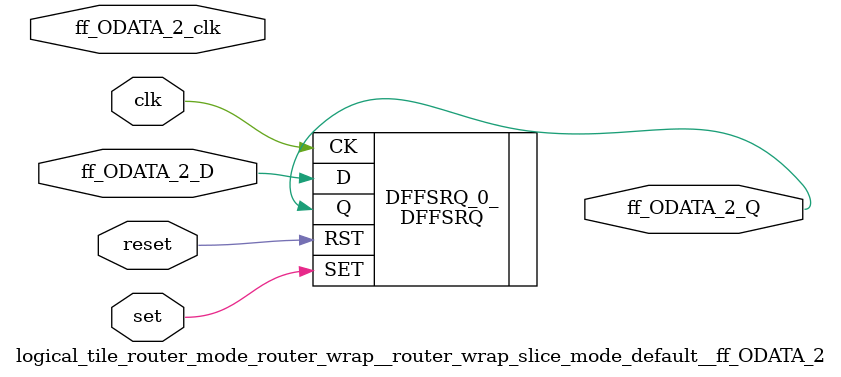
<source format=v>
`default_nettype none

module logical_tile_router_mode_router_wrap__router_wrap_slice_mode_default__ff_ODATA_2(set,
                                                                                        reset,
                                                                                        clk,
                                                                                        ff_ODATA_2_D,
                                                                                        ff_ODATA_2_Q,
                                                                                        ff_ODATA_2_clk);
//----- GLOBAL PORTS -----
input [0:0] set;
//----- GLOBAL PORTS -----
input [0:0] reset;
//----- GLOBAL PORTS -----
input [0:0] clk;
//----- INPUT PORTS -----
input [0:0] ff_ODATA_2_D;
//----- OUTPUT PORTS -----
output [0:0] ff_ODATA_2_Q;
//----- CLOCK PORTS -----
input [0:0] ff_ODATA_2_clk;

//----- BEGIN wire-connection ports -----
wire [0:0] ff_ODATA_2_D;
wire [0:0] ff_ODATA_2_Q;
wire [0:0] ff_ODATA_2_clk;
//----- END wire-connection ports -----


//----- BEGIN Registered ports -----
//----- END Registered ports -----



// ----- BEGIN Local short connections -----
// ----- END Local short connections -----
// ----- BEGIN Local output short connections -----
// ----- END Local output short connections -----

	DFFSRQ DFFSRQ_0_ (
		.SET(set),
		.RST(reset),
		.CK(clk),
		.D(ff_ODATA_2_D),
		.Q(ff_ODATA_2_Q));

endmodule
// ----- END Verilog module for logical_tile_router_mode_router_wrap__router_wrap_slice_mode_default__ff_ODATA_2 -----

//----- Default net type -----
`default_nettype wire




</source>
